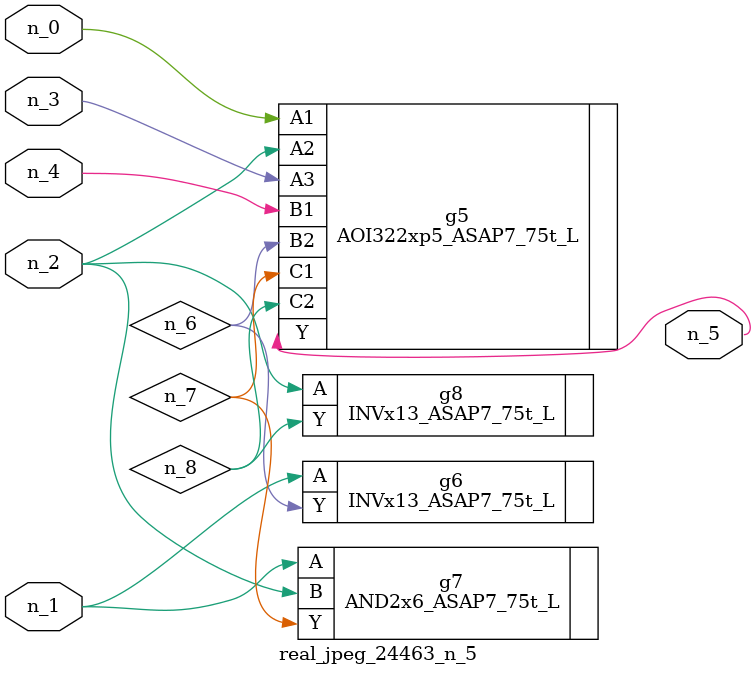
<source format=v>
module real_jpeg_24463_n_5 (n_4, n_0, n_1, n_2, n_3, n_5);

input n_4;
input n_0;
input n_1;
input n_2;
input n_3;

output n_5;

wire n_8;
wire n_6;
wire n_7;

AOI322xp5_ASAP7_75t_L g5 ( 
.A1(n_0),
.A2(n_2),
.A3(n_3),
.B1(n_4),
.B2(n_6),
.C1(n_7),
.C2(n_8),
.Y(n_5)
);

INVx13_ASAP7_75t_L g6 ( 
.A(n_1),
.Y(n_6)
);

AND2x6_ASAP7_75t_L g7 ( 
.A(n_1),
.B(n_2),
.Y(n_7)
);

INVx13_ASAP7_75t_L g8 ( 
.A(n_2),
.Y(n_8)
);


endmodule
</source>
